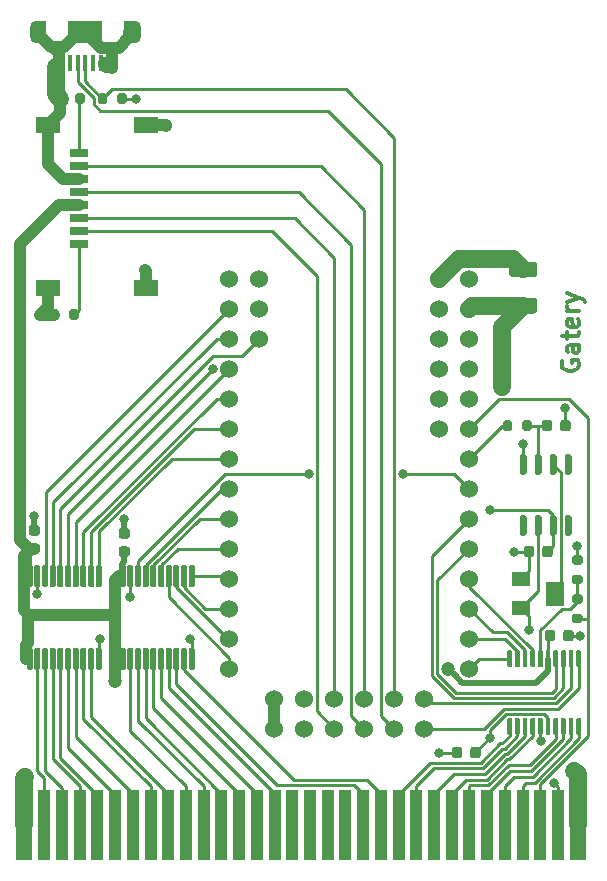
<source format=gtl>
G04 #@! TF.GenerationSoftware,KiCad,Pcbnew,(5.1.10)-1*
G04 #@! TF.CreationDate,2022-08-09T16:59:48+02:00*
G04 #@! TF.ProjectId,gbCartridge,67624361-7274-4726-9964-67652e6b6963,rev?*
G04 #@! TF.SameCoordinates,Original*
G04 #@! TF.FileFunction,Copper,L1,Top*
G04 #@! TF.FilePolarity,Positive*
%FSLAX46Y46*%
G04 Gerber Fmt 4.6, Leading zero omitted, Abs format (unit mm)*
G04 Created by KiCad (PCBNEW (5.1.10)-1) date 2022-08-09 16:59:48*
%MOMM*%
%LPD*%
G01*
G04 APERTURE LIST*
G04 #@! TA.AperFunction,NonConductor*
%ADD10C,0.300000*%
G04 #@! TD*
G04 #@! TA.AperFunction,ComponentPad*
%ADD11C,1.524000*%
G04 #@! TD*
G04 #@! TA.AperFunction,SMDPad,CuDef*
%ADD12R,1.600000X1.300000*%
G04 #@! TD*
G04 #@! TA.AperFunction,SMDPad,CuDef*
%ADD13R,1.600000X2.000000*%
G04 #@! TD*
G04 #@! TA.AperFunction,SMDPad,CuDef*
%ADD14R,1.500000X0.800000*%
G04 #@! TD*
G04 #@! TA.AperFunction,SMDPad,CuDef*
%ADD15R,2.000000X1.450000*%
G04 #@! TD*
G04 #@! TA.AperFunction,SMDPad,CuDef*
%ADD16R,0.875000X1.900000*%
G04 #@! TD*
G04 #@! TA.AperFunction,SMDPad,CuDef*
%ADD17R,2.900000X1.900000*%
G04 #@! TD*
G04 #@! TA.AperFunction,SMDPad,CuDef*
%ADD18R,0.400000X1.350000*%
G04 #@! TD*
G04 #@! TA.AperFunction,ComponentPad*
%ADD19O,1.000000X1.900000*%
G04 #@! TD*
G04 #@! TA.AperFunction,ComponentPad*
%ADD20O,1.050000X1.250000*%
G04 #@! TD*
G04 #@! TA.AperFunction,ConnectorPad*
%ADD21R,1.400000X6.000000*%
G04 #@! TD*
G04 #@! TA.AperFunction,ConnectorPad*
%ADD22R,1.000000X6.000000*%
G04 #@! TD*
G04 #@! TA.AperFunction,ViaPad*
%ADD23C,0.800000*%
G04 #@! TD*
G04 #@! TA.AperFunction,ViaPad*
%ADD24C,1.200000*%
G04 #@! TD*
G04 #@! TA.AperFunction,Conductor*
%ADD25C,0.250000*%
G04 #@! TD*
G04 #@! TA.AperFunction,Conductor*
%ADD26C,0.500000*%
G04 #@! TD*
G04 #@! TA.AperFunction,Conductor*
%ADD27C,1.000000*%
G04 #@! TD*
G04 #@! TA.AperFunction,Conductor*
%ADD28C,1.500000*%
G04 #@! TD*
G04 APERTURE END LIST*
D10*
X133362000Y-125836857D02*
X133290571Y-125979714D01*
X133290571Y-126194000D01*
X133362000Y-126408285D01*
X133504857Y-126551142D01*
X133647714Y-126622571D01*
X133933428Y-126694000D01*
X134147714Y-126694000D01*
X134433428Y-126622571D01*
X134576285Y-126551142D01*
X134719142Y-126408285D01*
X134790571Y-126194000D01*
X134790571Y-126051142D01*
X134719142Y-125836857D01*
X134647714Y-125765428D01*
X134147714Y-125765428D01*
X134147714Y-126051142D01*
X134790571Y-124479714D02*
X134004857Y-124479714D01*
X133862000Y-124551142D01*
X133790571Y-124694000D01*
X133790571Y-124979714D01*
X133862000Y-125122571D01*
X134719142Y-124479714D02*
X134790571Y-124622571D01*
X134790571Y-124979714D01*
X134719142Y-125122571D01*
X134576285Y-125194000D01*
X134433428Y-125194000D01*
X134290571Y-125122571D01*
X134219142Y-124979714D01*
X134219142Y-124622571D01*
X134147714Y-124479714D01*
X133790571Y-123979714D02*
X133790571Y-123408285D01*
X133290571Y-123765428D02*
X134576285Y-123765428D01*
X134719142Y-123694000D01*
X134790571Y-123551142D01*
X134790571Y-123408285D01*
X134719142Y-122336857D02*
X134790571Y-122479714D01*
X134790571Y-122765428D01*
X134719142Y-122908285D01*
X134576285Y-122979714D01*
X134004857Y-122979714D01*
X133862000Y-122908285D01*
X133790571Y-122765428D01*
X133790571Y-122479714D01*
X133862000Y-122336857D01*
X134004857Y-122265428D01*
X134147714Y-122265428D01*
X134290571Y-122979714D01*
X134790571Y-121622571D02*
X133790571Y-121622571D01*
X134076285Y-121622571D02*
X133933428Y-121551142D01*
X133862000Y-121479714D01*
X133790571Y-121336857D01*
X133790571Y-121194000D01*
X133790571Y-120836857D02*
X134790571Y-120479714D01*
X133790571Y-120122571D02*
X134790571Y-120479714D01*
X135147714Y-120622571D01*
X135219142Y-120694000D01*
X135290571Y-120836857D01*
G04 #@! TA.AperFunction,SMDPad,CuDef*
G36*
G01*
X130973002Y-118759000D02*
X129122998Y-118759000D01*
G75*
G02*
X128873000Y-118509002I0J249998D01*
G01*
X128873000Y-117683998D01*
G75*
G02*
X129122998Y-117434000I249998J0D01*
G01*
X130973002Y-117434000D01*
G75*
G02*
X131223000Y-117683998I0J-249998D01*
G01*
X131223000Y-118509002D01*
G75*
G02*
X130973002Y-118759000I-249998J0D01*
G01*
G37*
G04 #@! TD.AperFunction*
G04 #@! TA.AperFunction,SMDPad,CuDef*
G36*
G01*
X130973002Y-121834000D02*
X129122998Y-121834000D01*
G75*
G02*
X128873000Y-121584002I0J249998D01*
G01*
X128873000Y-120758998D01*
G75*
G02*
X129122998Y-120509000I249998J0D01*
G01*
X130973002Y-120509000D01*
G75*
G02*
X131223000Y-120758998I0J-249998D01*
G01*
X131223000Y-121584002D01*
G75*
G02*
X130973002Y-121834000I-249998J0D01*
G01*
G37*
G04 #@! TD.AperFunction*
G04 #@! TA.AperFunction,SMDPad,CuDef*
G36*
G01*
X134651000Y-156049000D02*
X134851000Y-156049000D01*
G75*
G02*
X134951000Y-156149000I0J-100000D01*
G01*
X134951000Y-157424000D01*
G75*
G02*
X134851000Y-157524000I-100000J0D01*
G01*
X134651000Y-157524000D01*
G75*
G02*
X134551000Y-157424000I0J100000D01*
G01*
X134551000Y-156149000D01*
G75*
G02*
X134651000Y-156049000I100000J0D01*
G01*
G37*
G04 #@! TD.AperFunction*
G04 #@! TA.AperFunction,SMDPad,CuDef*
G36*
G01*
X134001000Y-156049000D02*
X134201000Y-156049000D01*
G75*
G02*
X134301000Y-156149000I0J-100000D01*
G01*
X134301000Y-157424000D01*
G75*
G02*
X134201000Y-157524000I-100000J0D01*
G01*
X134001000Y-157524000D01*
G75*
G02*
X133901000Y-157424000I0J100000D01*
G01*
X133901000Y-156149000D01*
G75*
G02*
X134001000Y-156049000I100000J0D01*
G01*
G37*
G04 #@! TD.AperFunction*
G04 #@! TA.AperFunction,SMDPad,CuDef*
G36*
G01*
X133351000Y-156049000D02*
X133551000Y-156049000D01*
G75*
G02*
X133651000Y-156149000I0J-100000D01*
G01*
X133651000Y-157424000D01*
G75*
G02*
X133551000Y-157524000I-100000J0D01*
G01*
X133351000Y-157524000D01*
G75*
G02*
X133251000Y-157424000I0J100000D01*
G01*
X133251000Y-156149000D01*
G75*
G02*
X133351000Y-156049000I100000J0D01*
G01*
G37*
G04 #@! TD.AperFunction*
G04 #@! TA.AperFunction,SMDPad,CuDef*
G36*
G01*
X132701000Y-156049000D02*
X132901000Y-156049000D01*
G75*
G02*
X133001000Y-156149000I0J-100000D01*
G01*
X133001000Y-157424000D01*
G75*
G02*
X132901000Y-157524000I-100000J0D01*
G01*
X132701000Y-157524000D01*
G75*
G02*
X132601000Y-157424000I0J100000D01*
G01*
X132601000Y-156149000D01*
G75*
G02*
X132701000Y-156049000I100000J0D01*
G01*
G37*
G04 #@! TD.AperFunction*
G04 #@! TA.AperFunction,SMDPad,CuDef*
G36*
G01*
X132051000Y-156049000D02*
X132251000Y-156049000D01*
G75*
G02*
X132351000Y-156149000I0J-100000D01*
G01*
X132351000Y-157424000D01*
G75*
G02*
X132251000Y-157524000I-100000J0D01*
G01*
X132051000Y-157524000D01*
G75*
G02*
X131951000Y-157424000I0J100000D01*
G01*
X131951000Y-156149000D01*
G75*
G02*
X132051000Y-156049000I100000J0D01*
G01*
G37*
G04 #@! TD.AperFunction*
G04 #@! TA.AperFunction,SMDPad,CuDef*
G36*
G01*
X131401000Y-156049000D02*
X131601000Y-156049000D01*
G75*
G02*
X131701000Y-156149000I0J-100000D01*
G01*
X131701000Y-157424000D01*
G75*
G02*
X131601000Y-157524000I-100000J0D01*
G01*
X131401000Y-157524000D01*
G75*
G02*
X131301000Y-157424000I0J100000D01*
G01*
X131301000Y-156149000D01*
G75*
G02*
X131401000Y-156049000I100000J0D01*
G01*
G37*
G04 #@! TD.AperFunction*
G04 #@! TA.AperFunction,SMDPad,CuDef*
G36*
G01*
X130751000Y-156049000D02*
X130951000Y-156049000D01*
G75*
G02*
X131051000Y-156149000I0J-100000D01*
G01*
X131051000Y-157424000D01*
G75*
G02*
X130951000Y-157524000I-100000J0D01*
G01*
X130751000Y-157524000D01*
G75*
G02*
X130651000Y-157424000I0J100000D01*
G01*
X130651000Y-156149000D01*
G75*
G02*
X130751000Y-156049000I100000J0D01*
G01*
G37*
G04 #@! TD.AperFunction*
G04 #@! TA.AperFunction,SMDPad,CuDef*
G36*
G01*
X130101000Y-156049000D02*
X130301000Y-156049000D01*
G75*
G02*
X130401000Y-156149000I0J-100000D01*
G01*
X130401000Y-157424000D01*
G75*
G02*
X130301000Y-157524000I-100000J0D01*
G01*
X130101000Y-157524000D01*
G75*
G02*
X130001000Y-157424000I0J100000D01*
G01*
X130001000Y-156149000D01*
G75*
G02*
X130101000Y-156049000I100000J0D01*
G01*
G37*
G04 #@! TD.AperFunction*
G04 #@! TA.AperFunction,SMDPad,CuDef*
G36*
G01*
X129451000Y-156049000D02*
X129651000Y-156049000D01*
G75*
G02*
X129751000Y-156149000I0J-100000D01*
G01*
X129751000Y-157424000D01*
G75*
G02*
X129651000Y-157524000I-100000J0D01*
G01*
X129451000Y-157524000D01*
G75*
G02*
X129351000Y-157424000I0J100000D01*
G01*
X129351000Y-156149000D01*
G75*
G02*
X129451000Y-156049000I100000J0D01*
G01*
G37*
G04 #@! TD.AperFunction*
G04 #@! TA.AperFunction,SMDPad,CuDef*
G36*
G01*
X128801000Y-156049000D02*
X129001000Y-156049000D01*
G75*
G02*
X129101000Y-156149000I0J-100000D01*
G01*
X129101000Y-157424000D01*
G75*
G02*
X129001000Y-157524000I-100000J0D01*
G01*
X128801000Y-157524000D01*
G75*
G02*
X128701000Y-157424000I0J100000D01*
G01*
X128701000Y-156149000D01*
G75*
G02*
X128801000Y-156049000I100000J0D01*
G01*
G37*
G04 #@! TD.AperFunction*
G04 #@! TA.AperFunction,SMDPad,CuDef*
G36*
G01*
X128801000Y-150324000D02*
X129001000Y-150324000D01*
G75*
G02*
X129101000Y-150424000I0J-100000D01*
G01*
X129101000Y-151699000D01*
G75*
G02*
X129001000Y-151799000I-100000J0D01*
G01*
X128801000Y-151799000D01*
G75*
G02*
X128701000Y-151699000I0J100000D01*
G01*
X128701000Y-150424000D01*
G75*
G02*
X128801000Y-150324000I100000J0D01*
G01*
G37*
G04 #@! TD.AperFunction*
G04 #@! TA.AperFunction,SMDPad,CuDef*
G36*
G01*
X129451000Y-150324000D02*
X129651000Y-150324000D01*
G75*
G02*
X129751000Y-150424000I0J-100000D01*
G01*
X129751000Y-151699000D01*
G75*
G02*
X129651000Y-151799000I-100000J0D01*
G01*
X129451000Y-151799000D01*
G75*
G02*
X129351000Y-151699000I0J100000D01*
G01*
X129351000Y-150424000D01*
G75*
G02*
X129451000Y-150324000I100000J0D01*
G01*
G37*
G04 #@! TD.AperFunction*
G04 #@! TA.AperFunction,SMDPad,CuDef*
G36*
G01*
X130101000Y-150324000D02*
X130301000Y-150324000D01*
G75*
G02*
X130401000Y-150424000I0J-100000D01*
G01*
X130401000Y-151699000D01*
G75*
G02*
X130301000Y-151799000I-100000J0D01*
G01*
X130101000Y-151799000D01*
G75*
G02*
X130001000Y-151699000I0J100000D01*
G01*
X130001000Y-150424000D01*
G75*
G02*
X130101000Y-150324000I100000J0D01*
G01*
G37*
G04 #@! TD.AperFunction*
G04 #@! TA.AperFunction,SMDPad,CuDef*
G36*
G01*
X130751000Y-150324000D02*
X130951000Y-150324000D01*
G75*
G02*
X131051000Y-150424000I0J-100000D01*
G01*
X131051000Y-151699000D01*
G75*
G02*
X130951000Y-151799000I-100000J0D01*
G01*
X130751000Y-151799000D01*
G75*
G02*
X130651000Y-151699000I0J100000D01*
G01*
X130651000Y-150424000D01*
G75*
G02*
X130751000Y-150324000I100000J0D01*
G01*
G37*
G04 #@! TD.AperFunction*
G04 #@! TA.AperFunction,SMDPad,CuDef*
G36*
G01*
X131401000Y-150324000D02*
X131601000Y-150324000D01*
G75*
G02*
X131701000Y-150424000I0J-100000D01*
G01*
X131701000Y-151699000D01*
G75*
G02*
X131601000Y-151799000I-100000J0D01*
G01*
X131401000Y-151799000D01*
G75*
G02*
X131301000Y-151699000I0J100000D01*
G01*
X131301000Y-150424000D01*
G75*
G02*
X131401000Y-150324000I100000J0D01*
G01*
G37*
G04 #@! TD.AperFunction*
G04 #@! TA.AperFunction,SMDPad,CuDef*
G36*
G01*
X132051000Y-150324000D02*
X132251000Y-150324000D01*
G75*
G02*
X132351000Y-150424000I0J-100000D01*
G01*
X132351000Y-151699000D01*
G75*
G02*
X132251000Y-151799000I-100000J0D01*
G01*
X132051000Y-151799000D01*
G75*
G02*
X131951000Y-151699000I0J100000D01*
G01*
X131951000Y-150424000D01*
G75*
G02*
X132051000Y-150324000I100000J0D01*
G01*
G37*
G04 #@! TD.AperFunction*
G04 #@! TA.AperFunction,SMDPad,CuDef*
G36*
G01*
X132701000Y-150324000D02*
X132901000Y-150324000D01*
G75*
G02*
X133001000Y-150424000I0J-100000D01*
G01*
X133001000Y-151699000D01*
G75*
G02*
X132901000Y-151799000I-100000J0D01*
G01*
X132701000Y-151799000D01*
G75*
G02*
X132601000Y-151699000I0J100000D01*
G01*
X132601000Y-150424000D01*
G75*
G02*
X132701000Y-150324000I100000J0D01*
G01*
G37*
G04 #@! TD.AperFunction*
G04 #@! TA.AperFunction,SMDPad,CuDef*
G36*
G01*
X133351000Y-150324000D02*
X133551000Y-150324000D01*
G75*
G02*
X133651000Y-150424000I0J-100000D01*
G01*
X133651000Y-151699000D01*
G75*
G02*
X133551000Y-151799000I-100000J0D01*
G01*
X133351000Y-151799000D01*
G75*
G02*
X133251000Y-151699000I0J100000D01*
G01*
X133251000Y-150424000D01*
G75*
G02*
X133351000Y-150324000I100000J0D01*
G01*
G37*
G04 #@! TD.AperFunction*
G04 #@! TA.AperFunction,SMDPad,CuDef*
G36*
G01*
X134001000Y-150324000D02*
X134201000Y-150324000D01*
G75*
G02*
X134301000Y-150424000I0J-100000D01*
G01*
X134301000Y-151699000D01*
G75*
G02*
X134201000Y-151799000I-100000J0D01*
G01*
X134001000Y-151799000D01*
G75*
G02*
X133901000Y-151699000I0J100000D01*
G01*
X133901000Y-150424000D01*
G75*
G02*
X134001000Y-150324000I100000J0D01*
G01*
G37*
G04 #@! TD.AperFunction*
G04 #@! TA.AperFunction,SMDPad,CuDef*
G36*
G01*
X134651000Y-150324000D02*
X134851000Y-150324000D01*
G75*
G02*
X134951000Y-150424000I0J-100000D01*
G01*
X134951000Y-151699000D01*
G75*
G02*
X134851000Y-151799000I-100000J0D01*
G01*
X134651000Y-151799000D01*
G75*
G02*
X134551000Y-151699000I0J100000D01*
G01*
X134551000Y-150424000D01*
G75*
G02*
X134651000Y-150324000I100000J0D01*
G01*
G37*
G04 #@! TD.AperFunction*
G04 #@! TA.AperFunction,SMDPad,CuDef*
G36*
G01*
X96260000Y-145024000D02*
X96010000Y-145024000D01*
G75*
G02*
X95885000Y-144899000I0J125000D01*
G01*
X95885000Y-143249000D01*
G75*
G02*
X96010000Y-143124000I125000J0D01*
G01*
X96260000Y-143124000D01*
G75*
G02*
X96385000Y-143249000I0J-125000D01*
G01*
X96385000Y-144899000D01*
G75*
G02*
X96260000Y-145024000I-125000J0D01*
G01*
G37*
G04 #@! TD.AperFunction*
G04 #@! TA.AperFunction,SMDPad,CuDef*
G36*
G01*
X96910000Y-145024000D02*
X96660000Y-145024000D01*
G75*
G02*
X96535000Y-144899000I0J125000D01*
G01*
X96535000Y-143249000D01*
G75*
G02*
X96660000Y-143124000I125000J0D01*
G01*
X96910000Y-143124000D01*
G75*
G02*
X97035000Y-143249000I0J-125000D01*
G01*
X97035000Y-144899000D01*
G75*
G02*
X96910000Y-145024000I-125000J0D01*
G01*
G37*
G04 #@! TD.AperFunction*
G04 #@! TA.AperFunction,SMDPad,CuDef*
G36*
G01*
X97560000Y-145024000D02*
X97310000Y-145024000D01*
G75*
G02*
X97185000Y-144899000I0J125000D01*
G01*
X97185000Y-143249000D01*
G75*
G02*
X97310000Y-143124000I125000J0D01*
G01*
X97560000Y-143124000D01*
G75*
G02*
X97685000Y-143249000I0J-125000D01*
G01*
X97685000Y-144899000D01*
G75*
G02*
X97560000Y-145024000I-125000J0D01*
G01*
G37*
G04 #@! TD.AperFunction*
G04 #@! TA.AperFunction,SMDPad,CuDef*
G36*
G01*
X98210000Y-145024000D02*
X97960000Y-145024000D01*
G75*
G02*
X97835000Y-144899000I0J125000D01*
G01*
X97835000Y-143249000D01*
G75*
G02*
X97960000Y-143124000I125000J0D01*
G01*
X98210000Y-143124000D01*
G75*
G02*
X98335000Y-143249000I0J-125000D01*
G01*
X98335000Y-144899000D01*
G75*
G02*
X98210000Y-145024000I-125000J0D01*
G01*
G37*
G04 #@! TD.AperFunction*
G04 #@! TA.AperFunction,SMDPad,CuDef*
G36*
G01*
X98860000Y-145024000D02*
X98610000Y-145024000D01*
G75*
G02*
X98485000Y-144899000I0J125000D01*
G01*
X98485000Y-143249000D01*
G75*
G02*
X98610000Y-143124000I125000J0D01*
G01*
X98860000Y-143124000D01*
G75*
G02*
X98985000Y-143249000I0J-125000D01*
G01*
X98985000Y-144899000D01*
G75*
G02*
X98860000Y-145024000I-125000J0D01*
G01*
G37*
G04 #@! TD.AperFunction*
G04 #@! TA.AperFunction,SMDPad,CuDef*
G36*
G01*
X99510000Y-145024000D02*
X99260000Y-145024000D01*
G75*
G02*
X99135000Y-144899000I0J125000D01*
G01*
X99135000Y-143249000D01*
G75*
G02*
X99260000Y-143124000I125000J0D01*
G01*
X99510000Y-143124000D01*
G75*
G02*
X99635000Y-143249000I0J-125000D01*
G01*
X99635000Y-144899000D01*
G75*
G02*
X99510000Y-145024000I-125000J0D01*
G01*
G37*
G04 #@! TD.AperFunction*
G04 #@! TA.AperFunction,SMDPad,CuDef*
G36*
G01*
X100160000Y-145024000D02*
X99910000Y-145024000D01*
G75*
G02*
X99785000Y-144899000I0J125000D01*
G01*
X99785000Y-143249000D01*
G75*
G02*
X99910000Y-143124000I125000J0D01*
G01*
X100160000Y-143124000D01*
G75*
G02*
X100285000Y-143249000I0J-125000D01*
G01*
X100285000Y-144899000D01*
G75*
G02*
X100160000Y-145024000I-125000J0D01*
G01*
G37*
G04 #@! TD.AperFunction*
G04 #@! TA.AperFunction,SMDPad,CuDef*
G36*
G01*
X100810000Y-145024000D02*
X100560000Y-145024000D01*
G75*
G02*
X100435000Y-144899000I0J125000D01*
G01*
X100435000Y-143249000D01*
G75*
G02*
X100560000Y-143124000I125000J0D01*
G01*
X100810000Y-143124000D01*
G75*
G02*
X100935000Y-143249000I0J-125000D01*
G01*
X100935000Y-144899000D01*
G75*
G02*
X100810000Y-145024000I-125000J0D01*
G01*
G37*
G04 #@! TD.AperFunction*
G04 #@! TA.AperFunction,SMDPad,CuDef*
G36*
G01*
X101460000Y-145024000D02*
X101210000Y-145024000D01*
G75*
G02*
X101085000Y-144899000I0J125000D01*
G01*
X101085000Y-143249000D01*
G75*
G02*
X101210000Y-143124000I125000J0D01*
G01*
X101460000Y-143124000D01*
G75*
G02*
X101585000Y-143249000I0J-125000D01*
G01*
X101585000Y-144899000D01*
G75*
G02*
X101460000Y-145024000I-125000J0D01*
G01*
G37*
G04 #@! TD.AperFunction*
G04 #@! TA.AperFunction,SMDPad,CuDef*
G36*
G01*
X102110000Y-145024000D02*
X101860000Y-145024000D01*
G75*
G02*
X101735000Y-144899000I0J125000D01*
G01*
X101735000Y-143249000D01*
G75*
G02*
X101860000Y-143124000I125000J0D01*
G01*
X102110000Y-143124000D01*
G75*
G02*
X102235000Y-143249000I0J-125000D01*
G01*
X102235000Y-144899000D01*
G75*
G02*
X102110000Y-145024000I-125000J0D01*
G01*
G37*
G04 #@! TD.AperFunction*
G04 #@! TA.AperFunction,SMDPad,CuDef*
G36*
G01*
X102110000Y-152024000D02*
X101860000Y-152024000D01*
G75*
G02*
X101735000Y-151899000I0J125000D01*
G01*
X101735000Y-150249000D01*
G75*
G02*
X101860000Y-150124000I125000J0D01*
G01*
X102110000Y-150124000D01*
G75*
G02*
X102235000Y-150249000I0J-125000D01*
G01*
X102235000Y-151899000D01*
G75*
G02*
X102110000Y-152024000I-125000J0D01*
G01*
G37*
G04 #@! TD.AperFunction*
G04 #@! TA.AperFunction,SMDPad,CuDef*
G36*
G01*
X101460000Y-152024000D02*
X101210000Y-152024000D01*
G75*
G02*
X101085000Y-151899000I0J125000D01*
G01*
X101085000Y-150249000D01*
G75*
G02*
X101210000Y-150124000I125000J0D01*
G01*
X101460000Y-150124000D01*
G75*
G02*
X101585000Y-150249000I0J-125000D01*
G01*
X101585000Y-151899000D01*
G75*
G02*
X101460000Y-152024000I-125000J0D01*
G01*
G37*
G04 #@! TD.AperFunction*
G04 #@! TA.AperFunction,SMDPad,CuDef*
G36*
G01*
X100810000Y-152024000D02*
X100560000Y-152024000D01*
G75*
G02*
X100435000Y-151899000I0J125000D01*
G01*
X100435000Y-150249000D01*
G75*
G02*
X100560000Y-150124000I125000J0D01*
G01*
X100810000Y-150124000D01*
G75*
G02*
X100935000Y-150249000I0J-125000D01*
G01*
X100935000Y-151899000D01*
G75*
G02*
X100810000Y-152024000I-125000J0D01*
G01*
G37*
G04 #@! TD.AperFunction*
G04 #@! TA.AperFunction,SMDPad,CuDef*
G36*
G01*
X100160000Y-152024000D02*
X99910000Y-152024000D01*
G75*
G02*
X99785000Y-151899000I0J125000D01*
G01*
X99785000Y-150249000D01*
G75*
G02*
X99910000Y-150124000I125000J0D01*
G01*
X100160000Y-150124000D01*
G75*
G02*
X100285000Y-150249000I0J-125000D01*
G01*
X100285000Y-151899000D01*
G75*
G02*
X100160000Y-152024000I-125000J0D01*
G01*
G37*
G04 #@! TD.AperFunction*
G04 #@! TA.AperFunction,SMDPad,CuDef*
G36*
G01*
X99510000Y-152024000D02*
X99260000Y-152024000D01*
G75*
G02*
X99135000Y-151899000I0J125000D01*
G01*
X99135000Y-150249000D01*
G75*
G02*
X99260000Y-150124000I125000J0D01*
G01*
X99510000Y-150124000D01*
G75*
G02*
X99635000Y-150249000I0J-125000D01*
G01*
X99635000Y-151899000D01*
G75*
G02*
X99510000Y-152024000I-125000J0D01*
G01*
G37*
G04 #@! TD.AperFunction*
G04 #@! TA.AperFunction,SMDPad,CuDef*
G36*
G01*
X98860000Y-152024000D02*
X98610000Y-152024000D01*
G75*
G02*
X98485000Y-151899000I0J125000D01*
G01*
X98485000Y-150249000D01*
G75*
G02*
X98610000Y-150124000I125000J0D01*
G01*
X98860000Y-150124000D01*
G75*
G02*
X98985000Y-150249000I0J-125000D01*
G01*
X98985000Y-151899000D01*
G75*
G02*
X98860000Y-152024000I-125000J0D01*
G01*
G37*
G04 #@! TD.AperFunction*
G04 #@! TA.AperFunction,SMDPad,CuDef*
G36*
G01*
X98210000Y-152024000D02*
X97960000Y-152024000D01*
G75*
G02*
X97835000Y-151899000I0J125000D01*
G01*
X97835000Y-150249000D01*
G75*
G02*
X97960000Y-150124000I125000J0D01*
G01*
X98210000Y-150124000D01*
G75*
G02*
X98335000Y-150249000I0J-125000D01*
G01*
X98335000Y-151899000D01*
G75*
G02*
X98210000Y-152024000I-125000J0D01*
G01*
G37*
G04 #@! TD.AperFunction*
G04 #@! TA.AperFunction,SMDPad,CuDef*
G36*
G01*
X97560000Y-152024000D02*
X97310000Y-152024000D01*
G75*
G02*
X97185000Y-151899000I0J125000D01*
G01*
X97185000Y-150249000D01*
G75*
G02*
X97310000Y-150124000I125000J0D01*
G01*
X97560000Y-150124000D01*
G75*
G02*
X97685000Y-150249000I0J-125000D01*
G01*
X97685000Y-151899000D01*
G75*
G02*
X97560000Y-152024000I-125000J0D01*
G01*
G37*
G04 #@! TD.AperFunction*
G04 #@! TA.AperFunction,SMDPad,CuDef*
G36*
G01*
X96910000Y-152024000D02*
X96660000Y-152024000D01*
G75*
G02*
X96535000Y-151899000I0J125000D01*
G01*
X96535000Y-150249000D01*
G75*
G02*
X96660000Y-150124000I125000J0D01*
G01*
X96910000Y-150124000D01*
G75*
G02*
X97035000Y-150249000I0J-125000D01*
G01*
X97035000Y-151899000D01*
G75*
G02*
X96910000Y-152024000I-125000J0D01*
G01*
G37*
G04 #@! TD.AperFunction*
G04 #@! TA.AperFunction,SMDPad,CuDef*
G36*
G01*
X96260000Y-152024000D02*
X96010000Y-152024000D01*
G75*
G02*
X95885000Y-151899000I0J125000D01*
G01*
X95885000Y-150249000D01*
G75*
G02*
X96010000Y-150124000I125000J0D01*
G01*
X96260000Y-150124000D01*
G75*
G02*
X96385000Y-150249000I0J-125000D01*
G01*
X96385000Y-151899000D01*
G75*
G02*
X96260000Y-152024000I-125000J0D01*
G01*
G37*
G04 #@! TD.AperFunction*
G04 #@! TA.AperFunction,SMDPad,CuDef*
G36*
G01*
X88386000Y-145024000D02*
X88136000Y-145024000D01*
G75*
G02*
X88011000Y-144899000I0J125000D01*
G01*
X88011000Y-143249000D01*
G75*
G02*
X88136000Y-143124000I125000J0D01*
G01*
X88386000Y-143124000D01*
G75*
G02*
X88511000Y-143249000I0J-125000D01*
G01*
X88511000Y-144899000D01*
G75*
G02*
X88386000Y-145024000I-125000J0D01*
G01*
G37*
G04 #@! TD.AperFunction*
G04 #@! TA.AperFunction,SMDPad,CuDef*
G36*
G01*
X89036000Y-145024000D02*
X88786000Y-145024000D01*
G75*
G02*
X88661000Y-144899000I0J125000D01*
G01*
X88661000Y-143249000D01*
G75*
G02*
X88786000Y-143124000I125000J0D01*
G01*
X89036000Y-143124000D01*
G75*
G02*
X89161000Y-143249000I0J-125000D01*
G01*
X89161000Y-144899000D01*
G75*
G02*
X89036000Y-145024000I-125000J0D01*
G01*
G37*
G04 #@! TD.AperFunction*
G04 #@! TA.AperFunction,SMDPad,CuDef*
G36*
G01*
X89686000Y-145024000D02*
X89436000Y-145024000D01*
G75*
G02*
X89311000Y-144899000I0J125000D01*
G01*
X89311000Y-143249000D01*
G75*
G02*
X89436000Y-143124000I125000J0D01*
G01*
X89686000Y-143124000D01*
G75*
G02*
X89811000Y-143249000I0J-125000D01*
G01*
X89811000Y-144899000D01*
G75*
G02*
X89686000Y-145024000I-125000J0D01*
G01*
G37*
G04 #@! TD.AperFunction*
G04 #@! TA.AperFunction,SMDPad,CuDef*
G36*
G01*
X90336000Y-145024000D02*
X90086000Y-145024000D01*
G75*
G02*
X89961000Y-144899000I0J125000D01*
G01*
X89961000Y-143249000D01*
G75*
G02*
X90086000Y-143124000I125000J0D01*
G01*
X90336000Y-143124000D01*
G75*
G02*
X90461000Y-143249000I0J-125000D01*
G01*
X90461000Y-144899000D01*
G75*
G02*
X90336000Y-145024000I-125000J0D01*
G01*
G37*
G04 #@! TD.AperFunction*
G04 #@! TA.AperFunction,SMDPad,CuDef*
G36*
G01*
X90986000Y-145024000D02*
X90736000Y-145024000D01*
G75*
G02*
X90611000Y-144899000I0J125000D01*
G01*
X90611000Y-143249000D01*
G75*
G02*
X90736000Y-143124000I125000J0D01*
G01*
X90986000Y-143124000D01*
G75*
G02*
X91111000Y-143249000I0J-125000D01*
G01*
X91111000Y-144899000D01*
G75*
G02*
X90986000Y-145024000I-125000J0D01*
G01*
G37*
G04 #@! TD.AperFunction*
G04 #@! TA.AperFunction,SMDPad,CuDef*
G36*
G01*
X91636000Y-145024000D02*
X91386000Y-145024000D01*
G75*
G02*
X91261000Y-144899000I0J125000D01*
G01*
X91261000Y-143249000D01*
G75*
G02*
X91386000Y-143124000I125000J0D01*
G01*
X91636000Y-143124000D01*
G75*
G02*
X91761000Y-143249000I0J-125000D01*
G01*
X91761000Y-144899000D01*
G75*
G02*
X91636000Y-145024000I-125000J0D01*
G01*
G37*
G04 #@! TD.AperFunction*
G04 #@! TA.AperFunction,SMDPad,CuDef*
G36*
G01*
X92286000Y-145024000D02*
X92036000Y-145024000D01*
G75*
G02*
X91911000Y-144899000I0J125000D01*
G01*
X91911000Y-143249000D01*
G75*
G02*
X92036000Y-143124000I125000J0D01*
G01*
X92286000Y-143124000D01*
G75*
G02*
X92411000Y-143249000I0J-125000D01*
G01*
X92411000Y-144899000D01*
G75*
G02*
X92286000Y-145024000I-125000J0D01*
G01*
G37*
G04 #@! TD.AperFunction*
G04 #@! TA.AperFunction,SMDPad,CuDef*
G36*
G01*
X92936000Y-145024000D02*
X92686000Y-145024000D01*
G75*
G02*
X92561000Y-144899000I0J125000D01*
G01*
X92561000Y-143249000D01*
G75*
G02*
X92686000Y-143124000I125000J0D01*
G01*
X92936000Y-143124000D01*
G75*
G02*
X93061000Y-143249000I0J-125000D01*
G01*
X93061000Y-144899000D01*
G75*
G02*
X92936000Y-145024000I-125000J0D01*
G01*
G37*
G04 #@! TD.AperFunction*
G04 #@! TA.AperFunction,SMDPad,CuDef*
G36*
G01*
X93586000Y-145024000D02*
X93336000Y-145024000D01*
G75*
G02*
X93211000Y-144899000I0J125000D01*
G01*
X93211000Y-143249000D01*
G75*
G02*
X93336000Y-143124000I125000J0D01*
G01*
X93586000Y-143124000D01*
G75*
G02*
X93711000Y-143249000I0J-125000D01*
G01*
X93711000Y-144899000D01*
G75*
G02*
X93586000Y-145024000I-125000J0D01*
G01*
G37*
G04 #@! TD.AperFunction*
G04 #@! TA.AperFunction,SMDPad,CuDef*
G36*
G01*
X94236000Y-145024000D02*
X93986000Y-145024000D01*
G75*
G02*
X93861000Y-144899000I0J125000D01*
G01*
X93861000Y-143249000D01*
G75*
G02*
X93986000Y-143124000I125000J0D01*
G01*
X94236000Y-143124000D01*
G75*
G02*
X94361000Y-143249000I0J-125000D01*
G01*
X94361000Y-144899000D01*
G75*
G02*
X94236000Y-145024000I-125000J0D01*
G01*
G37*
G04 #@! TD.AperFunction*
G04 #@! TA.AperFunction,SMDPad,CuDef*
G36*
G01*
X94236000Y-152024000D02*
X93986000Y-152024000D01*
G75*
G02*
X93861000Y-151899000I0J125000D01*
G01*
X93861000Y-150249000D01*
G75*
G02*
X93986000Y-150124000I125000J0D01*
G01*
X94236000Y-150124000D01*
G75*
G02*
X94361000Y-150249000I0J-125000D01*
G01*
X94361000Y-151899000D01*
G75*
G02*
X94236000Y-152024000I-125000J0D01*
G01*
G37*
G04 #@! TD.AperFunction*
G04 #@! TA.AperFunction,SMDPad,CuDef*
G36*
G01*
X93586000Y-152024000D02*
X93336000Y-152024000D01*
G75*
G02*
X93211000Y-151899000I0J125000D01*
G01*
X93211000Y-150249000D01*
G75*
G02*
X93336000Y-150124000I125000J0D01*
G01*
X93586000Y-150124000D01*
G75*
G02*
X93711000Y-150249000I0J-125000D01*
G01*
X93711000Y-151899000D01*
G75*
G02*
X93586000Y-152024000I-125000J0D01*
G01*
G37*
G04 #@! TD.AperFunction*
G04 #@! TA.AperFunction,SMDPad,CuDef*
G36*
G01*
X92936000Y-152024000D02*
X92686000Y-152024000D01*
G75*
G02*
X92561000Y-151899000I0J125000D01*
G01*
X92561000Y-150249000D01*
G75*
G02*
X92686000Y-150124000I125000J0D01*
G01*
X92936000Y-150124000D01*
G75*
G02*
X93061000Y-150249000I0J-125000D01*
G01*
X93061000Y-151899000D01*
G75*
G02*
X92936000Y-152024000I-125000J0D01*
G01*
G37*
G04 #@! TD.AperFunction*
G04 #@! TA.AperFunction,SMDPad,CuDef*
G36*
G01*
X92286000Y-152024000D02*
X92036000Y-152024000D01*
G75*
G02*
X91911000Y-151899000I0J125000D01*
G01*
X91911000Y-150249000D01*
G75*
G02*
X92036000Y-150124000I125000J0D01*
G01*
X92286000Y-150124000D01*
G75*
G02*
X92411000Y-150249000I0J-125000D01*
G01*
X92411000Y-151899000D01*
G75*
G02*
X92286000Y-152024000I-125000J0D01*
G01*
G37*
G04 #@! TD.AperFunction*
G04 #@! TA.AperFunction,SMDPad,CuDef*
G36*
G01*
X91636000Y-152024000D02*
X91386000Y-152024000D01*
G75*
G02*
X91261000Y-151899000I0J125000D01*
G01*
X91261000Y-150249000D01*
G75*
G02*
X91386000Y-150124000I125000J0D01*
G01*
X91636000Y-150124000D01*
G75*
G02*
X91761000Y-150249000I0J-125000D01*
G01*
X91761000Y-151899000D01*
G75*
G02*
X91636000Y-152024000I-125000J0D01*
G01*
G37*
G04 #@! TD.AperFunction*
G04 #@! TA.AperFunction,SMDPad,CuDef*
G36*
G01*
X90986000Y-152024000D02*
X90736000Y-152024000D01*
G75*
G02*
X90611000Y-151899000I0J125000D01*
G01*
X90611000Y-150249000D01*
G75*
G02*
X90736000Y-150124000I125000J0D01*
G01*
X90986000Y-150124000D01*
G75*
G02*
X91111000Y-150249000I0J-125000D01*
G01*
X91111000Y-151899000D01*
G75*
G02*
X90986000Y-152024000I-125000J0D01*
G01*
G37*
G04 #@! TD.AperFunction*
G04 #@! TA.AperFunction,SMDPad,CuDef*
G36*
G01*
X90336000Y-152024000D02*
X90086000Y-152024000D01*
G75*
G02*
X89961000Y-151899000I0J125000D01*
G01*
X89961000Y-150249000D01*
G75*
G02*
X90086000Y-150124000I125000J0D01*
G01*
X90336000Y-150124000D01*
G75*
G02*
X90461000Y-150249000I0J-125000D01*
G01*
X90461000Y-151899000D01*
G75*
G02*
X90336000Y-152024000I-125000J0D01*
G01*
G37*
G04 #@! TD.AperFunction*
G04 #@! TA.AperFunction,SMDPad,CuDef*
G36*
G01*
X89686000Y-152024000D02*
X89436000Y-152024000D01*
G75*
G02*
X89311000Y-151899000I0J125000D01*
G01*
X89311000Y-150249000D01*
G75*
G02*
X89436000Y-150124000I125000J0D01*
G01*
X89686000Y-150124000D01*
G75*
G02*
X89811000Y-150249000I0J-125000D01*
G01*
X89811000Y-151899000D01*
G75*
G02*
X89686000Y-152024000I-125000J0D01*
G01*
G37*
G04 #@! TD.AperFunction*
G04 #@! TA.AperFunction,SMDPad,CuDef*
G36*
G01*
X89036000Y-152024000D02*
X88786000Y-152024000D01*
G75*
G02*
X88661000Y-151899000I0J125000D01*
G01*
X88661000Y-150249000D01*
G75*
G02*
X88786000Y-150124000I125000J0D01*
G01*
X89036000Y-150124000D01*
G75*
G02*
X89161000Y-150249000I0J-125000D01*
G01*
X89161000Y-151899000D01*
G75*
G02*
X89036000Y-152024000I-125000J0D01*
G01*
G37*
G04 #@! TD.AperFunction*
G04 #@! TA.AperFunction,SMDPad,CuDef*
G36*
G01*
X88386000Y-152024000D02*
X88136000Y-152024000D01*
G75*
G02*
X88011000Y-151899000I0J125000D01*
G01*
X88011000Y-150249000D01*
G75*
G02*
X88136000Y-150124000I125000J0D01*
G01*
X88386000Y-150124000D01*
G75*
G02*
X88511000Y-150249000I0J-125000D01*
G01*
X88511000Y-151899000D01*
G75*
G02*
X88386000Y-152024000I-125000J0D01*
G01*
G37*
G04 #@! TD.AperFunction*
D11*
X108966000Y-156972000D03*
X111506000Y-156972000D03*
X114046000Y-156972000D03*
X116586000Y-156972000D03*
X119126000Y-156972000D03*
X121666000Y-156972000D03*
X108966000Y-154432000D03*
X111506000Y-154432000D03*
X114046000Y-154432000D03*
X116586000Y-154432000D03*
X119126000Y-154432000D03*
X121666000Y-154432000D03*
X122936000Y-131572000D03*
X122936000Y-129032000D03*
X122936000Y-126492000D03*
X122936000Y-123952000D03*
X122936000Y-121412000D03*
X122936000Y-118872000D03*
X107696000Y-123952000D03*
X107696000Y-121412000D03*
X107696000Y-118872000D03*
X125476000Y-118872000D03*
X125476000Y-121412000D03*
X125476000Y-123952000D03*
X125476000Y-126492000D03*
X125476000Y-129032000D03*
X125476000Y-131572000D03*
X125476000Y-134112000D03*
X125476000Y-136652000D03*
X125476000Y-139192000D03*
X125476000Y-141732000D03*
X125476000Y-144272000D03*
X125476000Y-146812000D03*
X125476000Y-149352000D03*
X125476000Y-151892000D03*
X105156000Y-151892000D03*
X105156000Y-149352000D03*
X105156000Y-146812000D03*
X105156000Y-144272000D03*
X105156000Y-141732000D03*
X105156000Y-139192000D03*
X105156000Y-136652000D03*
X105156000Y-134112000D03*
X105156000Y-131572000D03*
X105156000Y-129032000D03*
X105156000Y-126492000D03*
X105156000Y-123952000D03*
X105156000Y-121412000D03*
X105156000Y-118872000D03*
G04 #@! TA.AperFunction,SMDPad,CuDef*
G36*
G01*
X133708000Y-138895000D02*
X134008000Y-138895000D01*
G75*
G02*
X134158000Y-139045000I0J-150000D01*
G01*
X134158000Y-140495000D01*
G75*
G02*
X134008000Y-140645000I-150000J0D01*
G01*
X133708000Y-140645000D01*
G75*
G02*
X133558000Y-140495000I0J150000D01*
G01*
X133558000Y-139045000D01*
G75*
G02*
X133708000Y-138895000I150000J0D01*
G01*
G37*
G04 #@! TD.AperFunction*
G04 #@! TA.AperFunction,SMDPad,CuDef*
G36*
G01*
X132438000Y-138895000D02*
X132738000Y-138895000D01*
G75*
G02*
X132888000Y-139045000I0J-150000D01*
G01*
X132888000Y-140495000D01*
G75*
G02*
X132738000Y-140645000I-150000J0D01*
G01*
X132438000Y-140645000D01*
G75*
G02*
X132288000Y-140495000I0J150000D01*
G01*
X132288000Y-139045000D01*
G75*
G02*
X132438000Y-138895000I150000J0D01*
G01*
G37*
G04 #@! TD.AperFunction*
G04 #@! TA.AperFunction,SMDPad,CuDef*
G36*
G01*
X131168000Y-138895000D02*
X131468000Y-138895000D01*
G75*
G02*
X131618000Y-139045000I0J-150000D01*
G01*
X131618000Y-140495000D01*
G75*
G02*
X131468000Y-140645000I-150000J0D01*
G01*
X131168000Y-140645000D01*
G75*
G02*
X131018000Y-140495000I0J150000D01*
G01*
X131018000Y-139045000D01*
G75*
G02*
X131168000Y-138895000I150000J0D01*
G01*
G37*
G04 #@! TD.AperFunction*
G04 #@! TA.AperFunction,SMDPad,CuDef*
G36*
G01*
X129898000Y-138895000D02*
X130198000Y-138895000D01*
G75*
G02*
X130348000Y-139045000I0J-150000D01*
G01*
X130348000Y-140495000D01*
G75*
G02*
X130198000Y-140645000I-150000J0D01*
G01*
X129898000Y-140645000D01*
G75*
G02*
X129748000Y-140495000I0J150000D01*
G01*
X129748000Y-139045000D01*
G75*
G02*
X129898000Y-138895000I150000J0D01*
G01*
G37*
G04 #@! TD.AperFunction*
G04 #@! TA.AperFunction,SMDPad,CuDef*
G36*
G01*
X129898000Y-133745000D02*
X130198000Y-133745000D01*
G75*
G02*
X130348000Y-133895000I0J-150000D01*
G01*
X130348000Y-135345000D01*
G75*
G02*
X130198000Y-135495000I-150000J0D01*
G01*
X129898000Y-135495000D01*
G75*
G02*
X129748000Y-135345000I0J150000D01*
G01*
X129748000Y-133895000D01*
G75*
G02*
X129898000Y-133745000I150000J0D01*
G01*
G37*
G04 #@! TD.AperFunction*
G04 #@! TA.AperFunction,SMDPad,CuDef*
G36*
G01*
X131168000Y-133745000D02*
X131468000Y-133745000D01*
G75*
G02*
X131618000Y-133895000I0J-150000D01*
G01*
X131618000Y-135345000D01*
G75*
G02*
X131468000Y-135495000I-150000J0D01*
G01*
X131168000Y-135495000D01*
G75*
G02*
X131018000Y-135345000I0J150000D01*
G01*
X131018000Y-133895000D01*
G75*
G02*
X131168000Y-133745000I150000J0D01*
G01*
G37*
G04 #@! TD.AperFunction*
G04 #@! TA.AperFunction,SMDPad,CuDef*
G36*
G01*
X132438000Y-133745000D02*
X132738000Y-133745000D01*
G75*
G02*
X132888000Y-133895000I0J-150000D01*
G01*
X132888000Y-135345000D01*
G75*
G02*
X132738000Y-135495000I-150000J0D01*
G01*
X132438000Y-135495000D01*
G75*
G02*
X132288000Y-135345000I0J150000D01*
G01*
X132288000Y-133895000D01*
G75*
G02*
X132438000Y-133745000I150000J0D01*
G01*
G37*
G04 #@! TD.AperFunction*
G04 #@! TA.AperFunction,SMDPad,CuDef*
G36*
G01*
X133708000Y-133745000D02*
X134008000Y-133745000D01*
G75*
G02*
X134158000Y-133895000I0J-150000D01*
G01*
X134158000Y-135345000D01*
G75*
G02*
X134008000Y-135495000I-150000J0D01*
G01*
X133708000Y-135495000D01*
G75*
G02*
X133558000Y-135345000I0J150000D01*
G01*
X133558000Y-133895000D01*
G75*
G02*
X133708000Y-133745000I150000J0D01*
G01*
G37*
G04 #@! TD.AperFunction*
D12*
X129868000Y-146792000D03*
D13*
X132768000Y-145542000D03*
D12*
X129868000Y-144292000D03*
G04 #@! TA.AperFunction,SMDPad,CuDef*
G36*
G01*
X134345000Y-147237000D02*
X134895000Y-147237000D01*
G75*
G02*
X135095000Y-147437000I0J-200000D01*
G01*
X135095000Y-147837000D01*
G75*
G02*
X134895000Y-148037000I-200000J0D01*
G01*
X134345000Y-148037000D01*
G75*
G02*
X134145000Y-147837000I0J200000D01*
G01*
X134145000Y-147437000D01*
G75*
G02*
X134345000Y-147237000I200000J0D01*
G01*
G37*
G04 #@! TD.AperFunction*
G04 #@! TA.AperFunction,SMDPad,CuDef*
G36*
G01*
X134345000Y-145587000D02*
X134895000Y-145587000D01*
G75*
G02*
X135095000Y-145787000I0J-200000D01*
G01*
X135095000Y-146187000D01*
G75*
G02*
X134895000Y-146387000I-200000J0D01*
G01*
X134345000Y-146387000D01*
G75*
G02*
X134145000Y-146187000I0J200000D01*
G01*
X134145000Y-145787000D01*
G75*
G02*
X134345000Y-145587000I200000J0D01*
G01*
G37*
G04 #@! TD.AperFunction*
G04 #@! TA.AperFunction,SMDPad,CuDef*
G36*
G01*
X134345000Y-143935000D02*
X134895000Y-143935000D01*
G75*
G02*
X135095000Y-144135000I0J-200000D01*
G01*
X135095000Y-144535000D01*
G75*
G02*
X134895000Y-144735000I-200000J0D01*
G01*
X134345000Y-144735000D01*
G75*
G02*
X134145000Y-144535000I0J200000D01*
G01*
X134145000Y-144135000D01*
G75*
G02*
X134345000Y-143935000I200000J0D01*
G01*
G37*
G04 #@! TD.AperFunction*
G04 #@! TA.AperFunction,SMDPad,CuDef*
G36*
G01*
X134345000Y-142285000D02*
X134895000Y-142285000D01*
G75*
G02*
X135095000Y-142485000I0J-200000D01*
G01*
X135095000Y-142885000D01*
G75*
G02*
X134895000Y-143085000I-200000J0D01*
G01*
X134345000Y-143085000D01*
G75*
G02*
X134145000Y-142885000I0J200000D01*
G01*
X134145000Y-142485000D01*
G75*
G02*
X134345000Y-142285000I200000J0D01*
G01*
G37*
G04 #@! TD.AperFunction*
G04 #@! TA.AperFunction,SMDPad,CuDef*
G36*
G01*
X129115000Y-131043000D02*
X129115000Y-131593000D01*
G75*
G02*
X128915000Y-131793000I-200000J0D01*
G01*
X128515000Y-131793000D01*
G75*
G02*
X128315000Y-131593000I0J200000D01*
G01*
X128315000Y-131043000D01*
G75*
G02*
X128515000Y-130843000I200000J0D01*
G01*
X128915000Y-130843000D01*
G75*
G02*
X129115000Y-131043000I0J-200000D01*
G01*
G37*
G04 #@! TD.AperFunction*
G04 #@! TA.AperFunction,SMDPad,CuDef*
G36*
G01*
X130765000Y-131043000D02*
X130765000Y-131593000D01*
G75*
G02*
X130565000Y-131793000I-200000J0D01*
G01*
X130165000Y-131793000D01*
G75*
G02*
X129965000Y-131593000I0J200000D01*
G01*
X129965000Y-131043000D01*
G75*
G02*
X130165000Y-130843000I200000J0D01*
G01*
X130565000Y-130843000D01*
G75*
G02*
X130765000Y-131043000I0J-200000D01*
G01*
G37*
G04 #@! TD.AperFunction*
G04 #@! TA.AperFunction,SMDPad,CuDef*
G36*
G01*
X91611000Y-122195000D02*
X91611000Y-121645000D01*
G75*
G02*
X91811000Y-121445000I200000J0D01*
G01*
X92211000Y-121445000D01*
G75*
G02*
X92411000Y-121645000I0J-200000D01*
G01*
X92411000Y-122195000D01*
G75*
G02*
X92211000Y-122395000I-200000J0D01*
G01*
X91811000Y-122395000D01*
G75*
G02*
X91611000Y-122195000I0J200000D01*
G01*
G37*
G04 #@! TD.AperFunction*
G04 #@! TA.AperFunction,SMDPad,CuDef*
G36*
G01*
X89961000Y-122195000D02*
X89961000Y-121645000D01*
G75*
G02*
X90161000Y-121445000I200000J0D01*
G01*
X90561000Y-121445000D01*
G75*
G02*
X90761000Y-121645000I0J-200000D01*
G01*
X90761000Y-122195000D01*
G75*
G02*
X90561000Y-122395000I-200000J0D01*
G01*
X90161000Y-122395000D01*
G75*
G02*
X89961000Y-122195000I0J200000D01*
G01*
G37*
G04 #@! TD.AperFunction*
G04 #@! TA.AperFunction,SMDPad,CuDef*
G36*
G01*
X92119000Y-103907000D02*
X92119000Y-103357000D01*
G75*
G02*
X92319000Y-103157000I200000J0D01*
G01*
X92719000Y-103157000D01*
G75*
G02*
X92919000Y-103357000I0J-200000D01*
G01*
X92919000Y-103907000D01*
G75*
G02*
X92719000Y-104107000I-200000J0D01*
G01*
X92319000Y-104107000D01*
G75*
G02*
X92119000Y-103907000I0J200000D01*
G01*
G37*
G04 #@! TD.AperFunction*
G04 #@! TA.AperFunction,SMDPad,CuDef*
G36*
G01*
X90469000Y-103907000D02*
X90469000Y-103357000D01*
G75*
G02*
X90669000Y-103157000I200000J0D01*
G01*
X91069000Y-103157000D01*
G75*
G02*
X91269000Y-103357000I0J-200000D01*
G01*
X91269000Y-103907000D01*
G75*
G02*
X91069000Y-104107000I-200000J0D01*
G01*
X90669000Y-104107000D01*
G75*
G02*
X90469000Y-103907000I0J200000D01*
G01*
G37*
G04 #@! TD.AperFunction*
G04 #@! TA.AperFunction,SMDPad,CuDef*
G36*
G01*
X94825000Y-103357000D02*
X94825000Y-103907000D01*
G75*
G02*
X94625000Y-104107000I-200000J0D01*
G01*
X94225000Y-104107000D01*
G75*
G02*
X94025000Y-103907000I0J200000D01*
G01*
X94025000Y-103357000D01*
G75*
G02*
X94225000Y-103157000I200000J0D01*
G01*
X94625000Y-103157000D01*
G75*
G02*
X94825000Y-103357000I0J-200000D01*
G01*
G37*
G04 #@! TD.AperFunction*
G04 #@! TA.AperFunction,SMDPad,CuDef*
G36*
G01*
X96475000Y-103357000D02*
X96475000Y-103907000D01*
G75*
G02*
X96275000Y-104107000I-200000J0D01*
G01*
X95875000Y-104107000D01*
G75*
G02*
X95675000Y-103907000I0J200000D01*
G01*
X95675000Y-103357000D01*
G75*
G02*
X95875000Y-103157000I200000J0D01*
G01*
X96275000Y-103157000D01*
G75*
G02*
X96475000Y-103357000I0J-200000D01*
G01*
G37*
G04 #@! TD.AperFunction*
D14*
X92430000Y-115976000D03*
X92430000Y-114876000D03*
X92430000Y-113776000D03*
X92430000Y-112676000D03*
X92430000Y-111576000D03*
X92430000Y-110476000D03*
X92430000Y-109376000D03*
X92430000Y-108276000D03*
D15*
X98130000Y-105901000D03*
X98130000Y-119651000D03*
X89830000Y-119651000D03*
X89830000Y-105901000D03*
D16*
X96701500Y-97967800D03*
X89226500Y-97967800D03*
D17*
X92964000Y-97967800D03*
D18*
X92314000Y-100642800D03*
D19*
X88789000Y-97967800D03*
X97139000Y-97967800D03*
D20*
X90739000Y-100967800D03*
D18*
X91664000Y-100642800D03*
X92964000Y-100642800D03*
X93614000Y-100642800D03*
X94264000Y-100642800D03*
D20*
X95189000Y-100967800D03*
G04 #@! TA.AperFunction,SMDPad,CuDef*
G36*
G01*
X124897000Y-158754000D02*
X124897000Y-159254000D01*
G75*
G02*
X124672000Y-159479000I-225000J0D01*
G01*
X124222000Y-159479000D01*
G75*
G02*
X123997000Y-159254000I0J225000D01*
G01*
X123997000Y-158754000D01*
G75*
G02*
X124222000Y-158529000I225000J0D01*
G01*
X124672000Y-158529000D01*
G75*
G02*
X124897000Y-158754000I0J-225000D01*
G01*
G37*
G04 #@! TD.AperFunction*
G04 #@! TA.AperFunction,SMDPad,CuDef*
G36*
G01*
X126447000Y-158754000D02*
X126447000Y-159254000D01*
G75*
G02*
X126222000Y-159479000I-225000J0D01*
G01*
X125772000Y-159479000D01*
G75*
G02*
X125547000Y-159254000I0J225000D01*
G01*
X125547000Y-158754000D01*
G75*
G02*
X125772000Y-158529000I225000J0D01*
G01*
X126222000Y-158529000D01*
G75*
G02*
X126447000Y-158754000I0J-225000D01*
G01*
G37*
G04 #@! TD.AperFunction*
G04 #@! TA.AperFunction,SMDPad,CuDef*
G36*
G01*
X133421000Y-149348000D02*
X133421000Y-148848000D01*
G75*
G02*
X133646000Y-148623000I225000J0D01*
G01*
X134096000Y-148623000D01*
G75*
G02*
X134321000Y-148848000I0J-225000D01*
G01*
X134321000Y-149348000D01*
G75*
G02*
X134096000Y-149573000I-225000J0D01*
G01*
X133646000Y-149573000D01*
G75*
G02*
X133421000Y-149348000I0J225000D01*
G01*
G37*
G04 #@! TD.AperFunction*
G04 #@! TA.AperFunction,SMDPad,CuDef*
G36*
G01*
X131871000Y-149348000D02*
X131871000Y-148848000D01*
G75*
G02*
X132096000Y-148623000I225000J0D01*
G01*
X132546000Y-148623000D01*
G75*
G02*
X132771000Y-148848000I0J-225000D01*
G01*
X132771000Y-149348000D01*
G75*
G02*
X132546000Y-149573000I-225000J0D01*
G01*
X132096000Y-149573000D01*
G75*
G02*
X131871000Y-149348000I0J225000D01*
G01*
G37*
G04 #@! TD.AperFunction*
G04 #@! TA.AperFunction,SMDPad,CuDef*
G36*
G01*
X96516000Y-140899000D02*
X96016000Y-140899000D01*
G75*
G02*
X95791000Y-140674000I0J225000D01*
G01*
X95791000Y-140224000D01*
G75*
G02*
X96016000Y-139999000I225000J0D01*
G01*
X96516000Y-139999000D01*
G75*
G02*
X96741000Y-140224000I0J-225000D01*
G01*
X96741000Y-140674000D01*
G75*
G02*
X96516000Y-140899000I-225000J0D01*
G01*
G37*
G04 #@! TD.AperFunction*
G04 #@! TA.AperFunction,SMDPad,CuDef*
G36*
G01*
X96516000Y-142449000D02*
X96016000Y-142449000D01*
G75*
G02*
X95791000Y-142224000I0J225000D01*
G01*
X95791000Y-141774000D01*
G75*
G02*
X96016000Y-141549000I225000J0D01*
G01*
X96516000Y-141549000D01*
G75*
G02*
X96741000Y-141774000I0J-225000D01*
G01*
X96741000Y-142224000D01*
G75*
G02*
X96516000Y-142449000I-225000J0D01*
G01*
G37*
G04 #@! TD.AperFunction*
G04 #@! TA.AperFunction,SMDPad,CuDef*
G36*
G01*
X88896000Y-140645000D02*
X88396000Y-140645000D01*
G75*
G02*
X88171000Y-140420000I0J225000D01*
G01*
X88171000Y-139970000D01*
G75*
G02*
X88396000Y-139745000I225000J0D01*
G01*
X88896000Y-139745000D01*
G75*
G02*
X89121000Y-139970000I0J-225000D01*
G01*
X89121000Y-140420000D01*
G75*
G02*
X88896000Y-140645000I-225000J0D01*
G01*
G37*
G04 #@! TD.AperFunction*
G04 #@! TA.AperFunction,SMDPad,CuDef*
G36*
G01*
X88896000Y-142195000D02*
X88396000Y-142195000D01*
G75*
G02*
X88171000Y-141970000I0J225000D01*
G01*
X88171000Y-141520000D01*
G75*
G02*
X88396000Y-141295000I225000J0D01*
G01*
X88896000Y-141295000D01*
G75*
G02*
X89121000Y-141520000I0J-225000D01*
G01*
X89121000Y-141970000D01*
G75*
G02*
X88896000Y-142195000I-225000J0D01*
G01*
G37*
G04 #@! TD.AperFunction*
G04 #@! TA.AperFunction,SMDPad,CuDef*
G36*
G01*
X130993000Y-141736000D02*
X130993000Y-142236000D01*
G75*
G02*
X130768000Y-142461000I-225000J0D01*
G01*
X130318000Y-142461000D01*
G75*
G02*
X130093000Y-142236000I0J225000D01*
G01*
X130093000Y-141736000D01*
G75*
G02*
X130318000Y-141511000I225000J0D01*
G01*
X130768000Y-141511000D01*
G75*
G02*
X130993000Y-141736000I0J-225000D01*
G01*
G37*
G04 #@! TD.AperFunction*
G04 #@! TA.AperFunction,SMDPad,CuDef*
G36*
G01*
X132543000Y-141736000D02*
X132543000Y-142236000D01*
G75*
G02*
X132318000Y-142461000I-225000J0D01*
G01*
X131868000Y-142461000D01*
G75*
G02*
X131643000Y-142236000I0J225000D01*
G01*
X131643000Y-141736000D01*
G75*
G02*
X131868000Y-141511000I225000J0D01*
G01*
X132318000Y-141511000D01*
G75*
G02*
X132543000Y-141736000I0J-225000D01*
G01*
G37*
G04 #@! TD.AperFunction*
G04 #@! TA.AperFunction,SMDPad,CuDef*
G36*
G01*
X133167000Y-131568000D02*
X133167000Y-131068000D01*
G75*
G02*
X133392000Y-130843000I225000J0D01*
G01*
X133842000Y-130843000D01*
G75*
G02*
X134067000Y-131068000I0J-225000D01*
G01*
X134067000Y-131568000D01*
G75*
G02*
X133842000Y-131793000I-225000J0D01*
G01*
X133392000Y-131793000D01*
G75*
G02*
X133167000Y-131568000I0J225000D01*
G01*
G37*
G04 #@! TD.AperFunction*
G04 #@! TA.AperFunction,SMDPad,CuDef*
G36*
G01*
X131617000Y-131568000D02*
X131617000Y-131068000D01*
G75*
G02*
X131842000Y-130843000I225000J0D01*
G01*
X132292000Y-130843000D01*
G75*
G02*
X132517000Y-131068000I0J-225000D01*
G01*
X132517000Y-131568000D01*
G75*
G02*
X132292000Y-131793000I-225000J0D01*
G01*
X131842000Y-131793000D01*
G75*
G02*
X131617000Y-131568000I0J225000D01*
G01*
G37*
G04 #@! TD.AperFunction*
D21*
X134690000Y-165100000D03*
D22*
X132990000Y-165100000D03*
X131490000Y-165100000D03*
X129990000Y-165100000D03*
X128490000Y-165100000D03*
X126990000Y-165100000D03*
X125490000Y-165100000D03*
X123990000Y-165100000D03*
X122490000Y-165100000D03*
X120990000Y-165100000D03*
X119490000Y-165100000D03*
X117990000Y-165100000D03*
X116490000Y-165100000D03*
X114990000Y-165100000D03*
X113490000Y-165100000D03*
X111990000Y-165100000D03*
X110490000Y-165100000D03*
X108990000Y-165100000D03*
X107490000Y-165100000D03*
X105990000Y-165100000D03*
X104490000Y-165100000D03*
X102990000Y-165100000D03*
X101490000Y-165100000D03*
X99990000Y-165100000D03*
X98490000Y-165100000D03*
X96990000Y-165100000D03*
X95490000Y-165100000D03*
X93990000Y-165100000D03*
X92490000Y-165100000D03*
X90990000Y-165100000D03*
X89490000Y-165100000D03*
D21*
X87790000Y-165100000D03*
D23*
X130048000Y-132842000D03*
X129286000Y-141986000D03*
X134620000Y-141478000D03*
X134824990Y-149098000D03*
X131576000Y-157988000D03*
X122936000Y-159004000D03*
X101854000Y-149352000D03*
X94234000Y-149352000D03*
X96774000Y-145796000D03*
X88900000Y-145542000D03*
X88646000Y-138938000D03*
X96266000Y-139192000D03*
X133604000Y-129794000D03*
X98044000Y-118110000D03*
X99822000Y-105918000D03*
X89154000Y-121920000D03*
D24*
X134366000Y-160528000D03*
X87884000Y-161036000D03*
X128270000Y-128016000D03*
D23*
X127254000Y-138430000D03*
X127254000Y-157734000D03*
X130556000Y-148590000D03*
X132625974Y-161581974D03*
D24*
X123698000Y-151892000D03*
X95504000Y-152908000D03*
D23*
X97282000Y-103632000D03*
X90778000Y-112676000D03*
X103793997Y-126492000D03*
X111868001Y-135382000D03*
X119888000Y-135382000D03*
D25*
X130048000Y-134620000D02*
X130048000Y-132842000D01*
X130543000Y-143617000D02*
X129868000Y-144292000D01*
X130543000Y-141986000D02*
X130543000Y-143617000D01*
X130543000Y-141986000D02*
X129286000Y-141986000D01*
X133667000Y-131268000D02*
X133617000Y-131318000D01*
X133871000Y-149098000D02*
X134824990Y-149098000D01*
X131501000Y-158171000D02*
X131572000Y-158242000D01*
X131501000Y-156786500D02*
X131501000Y-158171000D01*
X124193000Y-159004000D02*
X122936000Y-159004000D01*
X101985000Y-149483000D02*
X101854000Y-149352000D01*
X101985000Y-151074000D02*
X101985000Y-149483000D01*
X94111000Y-149475000D02*
X94234000Y-149352000D01*
X94111000Y-151074000D02*
X94111000Y-149475000D01*
X96785000Y-145785000D02*
X96774000Y-145796000D01*
X96785000Y-144074000D02*
X96785000Y-145785000D01*
X88911000Y-145531000D02*
X88900000Y-145542000D01*
X88911000Y-144074000D02*
X88911000Y-145531000D01*
D26*
X88646000Y-140195000D02*
X88646000Y-138938000D01*
X96266000Y-140449000D02*
X96266000Y-139192000D01*
D25*
X133617000Y-129807000D02*
X133604000Y-129794000D01*
X133617000Y-131318000D02*
X133617000Y-129807000D01*
D27*
X98130000Y-118196000D02*
X98044000Y-118110000D01*
X98130000Y-119651000D02*
X98130000Y-118196000D01*
X99805000Y-105901000D02*
X99822000Y-105918000D01*
X98130000Y-105901000D02*
X99805000Y-105901000D01*
X96701500Y-98396007D02*
X96701500Y-97967800D01*
X95787182Y-99310325D02*
X96701500Y-98396007D01*
X92964000Y-97967800D02*
X94306525Y-99310325D01*
X90103353Y-99282153D02*
X88789000Y-97967800D01*
X92439129Y-97967800D02*
X91124776Y-99282153D01*
X92964000Y-97967800D02*
X92439129Y-97967800D01*
X95189000Y-99430800D02*
X95068525Y-99310325D01*
X95189000Y-100967800D02*
X95189000Y-99430800D01*
X95068525Y-99310325D02*
X95787182Y-99310325D01*
X94306525Y-99310325D02*
X95068525Y-99310325D01*
X90739000Y-99806800D02*
X90214353Y-99282153D01*
X90739000Y-100967800D02*
X90739000Y-99806800D01*
X90214353Y-99282153D02*
X90103353Y-99282153D01*
X91124776Y-99282153D02*
X90214353Y-99282153D01*
X94514001Y-100787801D02*
X94514001Y-100642800D01*
X94694000Y-100967800D02*
X94514001Y-100787801D01*
X95189000Y-100967800D02*
X94694000Y-100967800D01*
X90739000Y-103502000D02*
X90869000Y-103632000D01*
X90869000Y-104862000D02*
X89830000Y-105901000D01*
X90869000Y-103632000D02*
X90869000Y-104862000D01*
X91119998Y-110476000D02*
X92430000Y-110476000D01*
X89830000Y-109186002D02*
X91119998Y-110476000D01*
X89830000Y-105901000D02*
X89830000Y-109186002D01*
X89830000Y-121244000D02*
X89154000Y-121920000D01*
X89830000Y-119651000D02*
X89830000Y-121244000D01*
X89154000Y-121920000D02*
X90361000Y-121920000D01*
D25*
X134620000Y-142685000D02*
X134620000Y-141478000D01*
D28*
X134690000Y-160852000D02*
X134366000Y-160528000D01*
X134690000Y-165100000D02*
X134690000Y-160852000D01*
X90513999Y-103276999D02*
X90513999Y-100967800D01*
X90869000Y-103632000D02*
X90513999Y-103276999D01*
X124578001Y-117229999D02*
X122936000Y-118872000D01*
X129181499Y-117229999D02*
X124578001Y-117229999D01*
X130048000Y-118096500D02*
X129181499Y-117229999D01*
X87790000Y-161130000D02*
X87884000Y-161036000D01*
X87790000Y-165100000D02*
X87790000Y-161130000D01*
D25*
X132588000Y-141491000D02*
X132093000Y-141986000D01*
X132588000Y-139770000D02*
X132588000Y-141491000D01*
X132123000Y-138430000D02*
X127254000Y-138430000D01*
X132588000Y-138895000D02*
X132123000Y-138430000D01*
X132588000Y-139770000D02*
X132588000Y-138895000D01*
X132151000Y-156049000D02*
X131825990Y-155723990D01*
X132151000Y-156786500D02*
X132151000Y-156049000D01*
X127254000Y-157094942D02*
X127254000Y-157734000D01*
X128624952Y-155723990D02*
X127254000Y-157094942D01*
X131825990Y-155723990D02*
X128624952Y-155723990D01*
X125997000Y-158991000D02*
X127254000Y-157734000D01*
X125997000Y-159004000D02*
X125997000Y-158991000D01*
D28*
X128270000Y-122949500D02*
X130048000Y-121171500D01*
X128270000Y-128016000D02*
X128270000Y-122949500D01*
X125716500Y-121171500D02*
X125476000Y-121412000D01*
X130048000Y-121171500D02*
X125716500Y-121171500D01*
D25*
X117990000Y-162514998D02*
X117990000Y-165100000D01*
X116799991Y-161324989D02*
X117990000Y-162514998D01*
X110649577Y-161324989D02*
X116799991Y-161324989D01*
X101335000Y-152010412D02*
X110649577Y-161324989D01*
X101335000Y-151074000D02*
X101335000Y-152010412D01*
X116490000Y-162514998D02*
X116490000Y-165100000D01*
X115750001Y-161774999D02*
X116490000Y-162514998D01*
X109220000Y-161774999D02*
X115750001Y-161774999D01*
X100685000Y-153239999D02*
X109220000Y-161774999D01*
X100685000Y-151074000D02*
X100685000Y-153239999D01*
X108990000Y-162514998D02*
X108990000Y-165100000D01*
X100035000Y-153559998D02*
X108990000Y-162514998D01*
X100035000Y-151074000D02*
X100035000Y-153559998D01*
X107490000Y-162514998D02*
X107490000Y-165100000D01*
X99385000Y-154409998D02*
X107490000Y-162514998D01*
X99385000Y-151074000D02*
X99385000Y-154409998D01*
X105990000Y-162514998D02*
X105990000Y-165100000D01*
X98735000Y-155259998D02*
X105990000Y-162514998D01*
X98735000Y-151074000D02*
X98735000Y-155259998D01*
X104490000Y-162514998D02*
X104490000Y-165100000D01*
X98085000Y-156109998D02*
X104490000Y-162514998D01*
X98085000Y-151074000D02*
X98085000Y-156109998D01*
X102990000Y-161850000D02*
X102990000Y-165100000D01*
X97435000Y-156295000D02*
X102990000Y-161850000D01*
X97435000Y-151074000D02*
X97435000Y-156295000D01*
X101490000Y-161850000D02*
X101490000Y-165100000D01*
X96785000Y-157145000D02*
X101490000Y-161850000D01*
X96785000Y-151074000D02*
X96785000Y-157145000D01*
X99990000Y-162514998D02*
X99990000Y-165100000D01*
X93461000Y-155985998D02*
X99990000Y-162514998D01*
X93461000Y-151074000D02*
X93461000Y-155985998D01*
X98490000Y-161850000D02*
X98490000Y-165100000D01*
X92811000Y-156171000D02*
X98490000Y-161850000D01*
X92811000Y-151074000D02*
X92811000Y-156171000D01*
X96990000Y-162514998D02*
X96990000Y-165100000D01*
X92161000Y-157685998D02*
X96990000Y-162514998D01*
X92161000Y-151074000D02*
X92161000Y-157685998D01*
X95490000Y-162600000D02*
X95490000Y-165100000D01*
X91511000Y-158621000D02*
X95490000Y-162600000D01*
X91511000Y-151074000D02*
X91511000Y-158621000D01*
X131318000Y-145342000D02*
X129868000Y-146792000D01*
X131318000Y-139770000D02*
X131318000Y-145342000D01*
X129868000Y-146792000D02*
X129868000Y-146992000D01*
X132842000Y-164952000D02*
X132990000Y-165100000D01*
X130556000Y-147480000D02*
X129868000Y-146792000D01*
X130556000Y-148590000D02*
X130556000Y-147480000D01*
X132990000Y-161946000D02*
X132625974Y-161581974D01*
X132990000Y-165100000D02*
X132990000Y-161946000D01*
X129990000Y-161850000D02*
X130296000Y-161544000D01*
X129990000Y-165100000D02*
X129990000Y-161850000D01*
X131002232Y-161544000D02*
X130296000Y-161544000D01*
X134751000Y-157795232D02*
X131002232Y-161544000D01*
X134751000Y-156786500D02*
X134751000Y-157795232D01*
X128490000Y-161850000D02*
X129304000Y-161036000D01*
X128490000Y-165100000D02*
X128490000Y-161850000D01*
X130873822Y-161036000D02*
X129304000Y-161036000D01*
X134101000Y-157808822D02*
X130873822Y-161036000D01*
X134101000Y-156786500D02*
X134101000Y-157808822D01*
X126990000Y-162514998D02*
X128919008Y-160585990D01*
X126990000Y-165100000D02*
X126990000Y-162514998D01*
X130687422Y-160585990D02*
X128919008Y-160585990D01*
X133451000Y-157822412D02*
X130687422Y-160585990D01*
X133451000Y-156786500D02*
X133451000Y-157822412D01*
X125490000Y-161850000D02*
X125565001Y-161774999D01*
X125490000Y-165100000D02*
X125490000Y-161850000D01*
X125565001Y-161774999D02*
X127093589Y-161774999D01*
X127093589Y-161774999D02*
X128848588Y-160020000D01*
X130617002Y-160020000D02*
X128848588Y-160020000D01*
X132801000Y-157836002D02*
X130617002Y-160020000D01*
X132801000Y-156786500D02*
X132801000Y-157836002D01*
X125214998Y-161290000D02*
X126942178Y-161290000D01*
X123990000Y-162514998D02*
X125214998Y-161290000D01*
X123990000Y-165100000D02*
X123990000Y-162514998D01*
X126942178Y-161290000D02*
X128662188Y-159569990D01*
X130851000Y-157570230D02*
X130851000Y-156786500D01*
X128851240Y-159569990D02*
X130851000Y-157570230D01*
X128662188Y-159569990D02*
X128851240Y-159569990D01*
X126813768Y-160782000D02*
X128475788Y-159119980D01*
X124222998Y-160782000D02*
X126813768Y-160782000D01*
X122490000Y-162514998D02*
X124222998Y-160782000D01*
X122490000Y-165100000D02*
X122490000Y-162514998D01*
X130201000Y-157583820D02*
X130201000Y-156786500D01*
X128664841Y-159119979D02*
X130201000Y-157583820D01*
X128475788Y-159119980D02*
X128664841Y-159119979D01*
X120990000Y-161850000D02*
X122508010Y-160331990D01*
X120990000Y-165100000D02*
X120990000Y-161850000D01*
X126627368Y-160331990D02*
X128289388Y-158669970D01*
X122508010Y-160331990D02*
X126627368Y-160331990D01*
X129551000Y-157597410D02*
X129551000Y-156786500D01*
X128478440Y-158669970D02*
X129551000Y-157597410D01*
X128289388Y-158669970D02*
X128478440Y-158669970D01*
X119490000Y-162514998D02*
X122148534Y-159856464D01*
X119490000Y-165100000D02*
X119490000Y-162514998D01*
X126466484Y-159856464D02*
X128102987Y-158219961D01*
X122148534Y-159856464D02*
X126466484Y-159856464D01*
X128901000Y-157611000D02*
X128901000Y-156786500D01*
X128292039Y-158219961D02*
X128901000Y-157611000D01*
X128102987Y-158219961D02*
X128292039Y-158219961D01*
X93990000Y-162600000D02*
X93990000Y-165100000D01*
X90861000Y-159471000D02*
X93990000Y-162600000D01*
X90861000Y-151074000D02*
X90861000Y-159471000D01*
X90211000Y-152024000D02*
X90211000Y-151074000D01*
X92490000Y-161850000D02*
X92490000Y-165100000D01*
X90211000Y-159571000D02*
X92490000Y-161850000D01*
X90211000Y-151074000D02*
X90211000Y-159571000D01*
X89561000Y-152010412D02*
X89561000Y-151074000D01*
X90990000Y-161985298D02*
X90990000Y-165100000D01*
X89561000Y-160556298D02*
X90990000Y-161985298D01*
X89561000Y-151074000D02*
X89561000Y-160556298D01*
X88911000Y-152024000D02*
X88911000Y-151074000D01*
X89490000Y-161121708D02*
X89490000Y-165100000D01*
X88911000Y-160542708D02*
X89490000Y-161121708D01*
X88911000Y-151074000D02*
X88911000Y-160542708D01*
X131318000Y-134620000D02*
X131318000Y-131318000D01*
X131318000Y-131318000D02*
X132067000Y-131318000D01*
X130365000Y-131318000D02*
X131318000Y-131318000D01*
X132151000Y-149268000D02*
X132321000Y-149098000D01*
X132151000Y-151061500D02*
X132151000Y-149268000D01*
X88261000Y-144074000D02*
X88261000Y-144141000D01*
X96135000Y-151074000D02*
X96135000Y-151007000D01*
X96135000Y-142130000D02*
X96135000Y-144074000D01*
X96266000Y-141999000D02*
X96135000Y-142130000D01*
X88261000Y-141863000D02*
X88261000Y-144074000D01*
D26*
X132151000Y-151061500D02*
X132151000Y-152075000D01*
X131121999Y-153104001D02*
X124894239Y-153104001D01*
X132151000Y-152075000D02*
X131121999Y-153104001D01*
X124263999Y-152457999D02*
X123698000Y-151892000D01*
X124263999Y-152473761D02*
X124263999Y-152457999D01*
X124894239Y-153104001D02*
X124263999Y-152473761D01*
X88210990Y-144124010D02*
X88210990Y-144074000D01*
D27*
X95504000Y-144404990D02*
X95834990Y-144074000D01*
X95504000Y-147320000D02*
X88138000Y-147320000D01*
X95504000Y-147320000D02*
X95504000Y-144404990D01*
X87960990Y-149907268D02*
X87960990Y-151074000D01*
X88138000Y-149730258D02*
X87960990Y-149907268D01*
X88138000Y-147320000D02*
X88138000Y-149730258D01*
X87758846Y-142365154D02*
X88392000Y-141732000D01*
X87758846Y-146940846D02*
X87758846Y-142365154D01*
X88138000Y-147320000D02*
X87758846Y-146940846D01*
D26*
X96084990Y-143010822D02*
X96084990Y-144074000D01*
X96266000Y-142829812D02*
X96084990Y-143010822D01*
X96266000Y-141999000D02*
X96266000Y-142829812D01*
D27*
X90778000Y-112676000D02*
X92430000Y-112676000D01*
X87470990Y-115983010D02*
X90778000Y-112676000D01*
X87470990Y-141044990D02*
X87470990Y-115983010D01*
X88171000Y-141745000D02*
X87470990Y-141044990D01*
X88646000Y-141745000D02*
X88171000Y-141745000D01*
X108966000Y-156972000D02*
X108966000Y-154432000D01*
D25*
X96075000Y-103632000D02*
X97282000Y-103632000D01*
X95560000Y-151074000D02*
X95504000Y-151130000D01*
X96135000Y-151074000D02*
X95560000Y-151074000D01*
D27*
X95504000Y-151130000D02*
X95504000Y-147320000D01*
X95504000Y-152908000D02*
X95504000Y-151130000D01*
D25*
X118038999Y-155884999D02*
X119126000Y-156972000D01*
X118038999Y-109148999D02*
X118038999Y-155884999D01*
X113538000Y-104648000D02*
X118038999Y-109148999D01*
X94223522Y-104648000D02*
X113538000Y-104648000D01*
X93699990Y-103595512D02*
X93699990Y-104124468D01*
X92314000Y-102209522D02*
X93699990Y-103595512D01*
X93699990Y-104124468D02*
X94223522Y-104648000D01*
X92314000Y-100642800D02*
X92314000Y-101625322D01*
X92314000Y-102209522D02*
X92314000Y-101625322D01*
X92964000Y-101586800D02*
X92964000Y-100642800D01*
X94425000Y-103632000D02*
X92964000Y-102171000D01*
X119126000Y-106934000D02*
X119126000Y-154432000D01*
X115023990Y-102831990D02*
X119126000Y-106934000D01*
X95225010Y-102831990D02*
X115023990Y-102831990D01*
X94425000Y-103632000D02*
X95225010Y-102831990D01*
X92964000Y-102171000D02*
X92964000Y-101586800D01*
X92430000Y-121501000D02*
X92011000Y-121920000D01*
X92430000Y-115976000D02*
X92430000Y-121501000D01*
X92430000Y-114876000D02*
X108780000Y-114876000D01*
X112593001Y-155519001D02*
X114046000Y-156972000D01*
X112593001Y-118689001D02*
X112593001Y-155519001D01*
X108780000Y-114876000D02*
X112593001Y-118689001D01*
X92430000Y-113776000D02*
X110728000Y-113776000D01*
X114046000Y-117094000D02*
X114046000Y-154432000D01*
X110728000Y-113776000D02*
X114046000Y-117094000D01*
X92430000Y-111576000D02*
X111068000Y-111576000D01*
X115498999Y-155884999D02*
X116586000Y-156972000D01*
X115498999Y-116006999D02*
X115498999Y-155884999D01*
X111068000Y-111576000D02*
X115498999Y-116006999D01*
X92430000Y-109376000D02*
X112932000Y-109376000D01*
X116586000Y-113030000D02*
X116586000Y-154432000D01*
X112932000Y-109376000D02*
X116586000Y-113030000D01*
X92430000Y-103721000D02*
X92519000Y-103632000D01*
X92430000Y-108276000D02*
X92430000Y-103721000D01*
X128270000Y-131318000D02*
X128715000Y-131318000D01*
X125476000Y-134112000D02*
X128270000Y-131318000D01*
X131501000Y-148665166D02*
X131501000Y-151061500D01*
X133299165Y-146867001D02*
X131501000Y-148665166D01*
X133993999Y-146867001D02*
X133299165Y-146867001D01*
X134620000Y-146241000D02*
X133993999Y-146867001D01*
X134620000Y-145987000D02*
X134620000Y-146241000D01*
X134620000Y-145987000D02*
X134620000Y-144335000D01*
X133232990Y-145077010D02*
X132768000Y-145542000D01*
X133232990Y-135264990D02*
X133232990Y-145077010D01*
X132588000Y-134620000D02*
X133232990Y-135264990D01*
X89635990Y-144044010D02*
X89635990Y-136932010D01*
X89606000Y-144074000D02*
X89635990Y-144044010D01*
X89635990Y-136932010D02*
X105156000Y-121412000D01*
X89561000Y-144074000D02*
X89606000Y-144074000D01*
X90211000Y-138897000D02*
X90211000Y-144074000D01*
X90211000Y-137819370D02*
X90211000Y-138897000D01*
X104078370Y-123952000D02*
X90211000Y-137819370D01*
X105156000Y-123952000D02*
X104078370Y-123952000D01*
X90861000Y-139178238D02*
X90861000Y-144074000D01*
X107696000Y-123952000D02*
X106243001Y-125404999D01*
X90861000Y-138351995D02*
X90861000Y-139178238D01*
X103807996Y-125404999D02*
X90861000Y-138351995D01*
X106243001Y-125404999D02*
X103807996Y-125404999D01*
X91511000Y-138774997D02*
X103793997Y-126492000D01*
X91511000Y-144074000D02*
X91511000Y-138774997D01*
X92161000Y-139487000D02*
X105156000Y-126492000D01*
X92161000Y-144074000D02*
X92161000Y-139487000D01*
X104078370Y-129032000D02*
X105156000Y-129032000D01*
X92811000Y-140299370D02*
X104078370Y-129032000D01*
X92811000Y-144074000D02*
X92811000Y-140299370D01*
X102176588Y-131572000D02*
X105156000Y-131572000D01*
X93461000Y-140287588D02*
X102176588Y-131572000D01*
X93461000Y-144074000D02*
X93461000Y-140287588D01*
X100272998Y-134112000D02*
X105156000Y-134112000D01*
X94111000Y-140273998D02*
X100272998Y-134112000D01*
X94111000Y-144074000D02*
X94111000Y-140273998D01*
X103136588Y-146812000D02*
X105156000Y-146812000D01*
X101335000Y-145010412D02*
X103136588Y-146812000D01*
X101335000Y-144074000D02*
X101335000Y-145010412D01*
X104958000Y-144074000D02*
X105156000Y-144272000D01*
X101985000Y-144074000D02*
X104958000Y-144074000D01*
X105026588Y-149352000D02*
X105156000Y-149352000D01*
X100685000Y-145010412D02*
X105026588Y-149352000D01*
X100685000Y-144074000D02*
X100685000Y-145010412D01*
X105156000Y-150960762D02*
X105156000Y-151892000D01*
X100035000Y-145839762D02*
X105156000Y-150960762D01*
X100035000Y-144074000D02*
X100035000Y-145839762D01*
X100790588Y-141732000D02*
X105156000Y-141732000D01*
X99385000Y-143137588D02*
X100790588Y-141732000D01*
X99385000Y-144074000D02*
X99385000Y-143137588D01*
X102667000Y-139192000D02*
X105156000Y-139192000D01*
X98735000Y-143124000D02*
X102667000Y-139192000D01*
X98735000Y-144074000D02*
X98735000Y-143124000D01*
X104557000Y-136652000D02*
X105156000Y-136652000D01*
X98085000Y-143124000D02*
X104557000Y-136652000D01*
X98085000Y-144074000D02*
X98085000Y-143124000D01*
X97435000Y-142764238D02*
X104817238Y-135382000D01*
X97435000Y-144074000D02*
X97435000Y-142764238D01*
X104817238Y-135382000D02*
X108458000Y-135382000D01*
X108458000Y-135382000D02*
X111868001Y-135382000D01*
X124206000Y-135382000D02*
X125476000Y-136652000D01*
X119888000Y-135382000D02*
X124206000Y-135382000D01*
X134751000Y-151061500D02*
X134751000Y-151799000D01*
X124206000Y-156972000D02*
X121666000Y-156972000D01*
X126740532Y-156972000D02*
X124206000Y-156972000D01*
X128438551Y-155273981D02*
X126740532Y-156972000D01*
X133016020Y-155273980D02*
X128438551Y-155273981D01*
X134751000Y-153539000D02*
X133016020Y-155273980D01*
X134751000Y-151061500D02*
X134751000Y-153539000D01*
X134101000Y-151061500D02*
X134101000Y-151750058D01*
X121760989Y-154526989D02*
X121666000Y-154432000D01*
X134101000Y-151061500D02*
X134101000Y-153552590D01*
X134101000Y-153552590D02*
X132829618Y-154823972D01*
X122057972Y-154823972D02*
X121666000Y-154432000D01*
X132829618Y-154823972D02*
X122057972Y-154823972D01*
X122322989Y-142345011D02*
X125476000Y-139192000D01*
X122322989Y-152522401D02*
X122322989Y-142345011D01*
X124174549Y-154373961D02*
X122322989Y-152522401D01*
X132643218Y-154373962D02*
X124174549Y-154373961D01*
X133451000Y-153566180D02*
X132643218Y-154373962D01*
X133451000Y-151061500D02*
X133451000Y-153566180D01*
X122772999Y-152336001D02*
X122772999Y-144435001D01*
X122772999Y-144435001D02*
X125476000Y-141732000D01*
X124360950Y-153923952D02*
X122772999Y-152336001D01*
X132456818Y-153923952D02*
X124360950Y-153923952D01*
X132801000Y-153579770D02*
X132456818Y-153923952D01*
X132801000Y-151061500D02*
X132801000Y-153579770D01*
D26*
X125476000Y-144768002D02*
X125476000Y-144272000D01*
D25*
X130851000Y-150337590D02*
X130851000Y-151061500D01*
X125476000Y-144962590D02*
X130851000Y-150337590D01*
X125476000Y-144272000D02*
X125476000Y-144962590D01*
X127471001Y-148807001D02*
X125476000Y-146812000D01*
X128684001Y-148807001D02*
X127471001Y-148807001D01*
X130201000Y-150324000D02*
X128684001Y-148807001D01*
X130201000Y-151061500D02*
X130201000Y-150324000D01*
X128530058Y-149352000D02*
X125476000Y-149352000D01*
X129551000Y-150372942D02*
X128530058Y-149352000D01*
X129551000Y-151061500D02*
X129551000Y-150372942D01*
X126306500Y-151061500D02*
X125476000Y-151892000D01*
X128901000Y-151061500D02*
X126306500Y-151061500D01*
X131490000Y-165100000D02*
X131490000Y-162330998D01*
X127979001Y-129068999D02*
X125476000Y-131572000D01*
X133952001Y-129068999D02*
X127979001Y-129068999D01*
X135549990Y-130666988D02*
X133952001Y-129068999D01*
X134643010Y-147660010D02*
X134620000Y-147637000D01*
X135549990Y-147660010D02*
X134643010Y-147660010D01*
X135549990Y-147660010D02*
X135549990Y-130666988D01*
X131490000Y-161692642D02*
X131490000Y-165100000D01*
X135549990Y-157632652D02*
X131490000Y-161692642D01*
X135549990Y-147660010D02*
X135549990Y-157632652D01*
M02*

</source>
